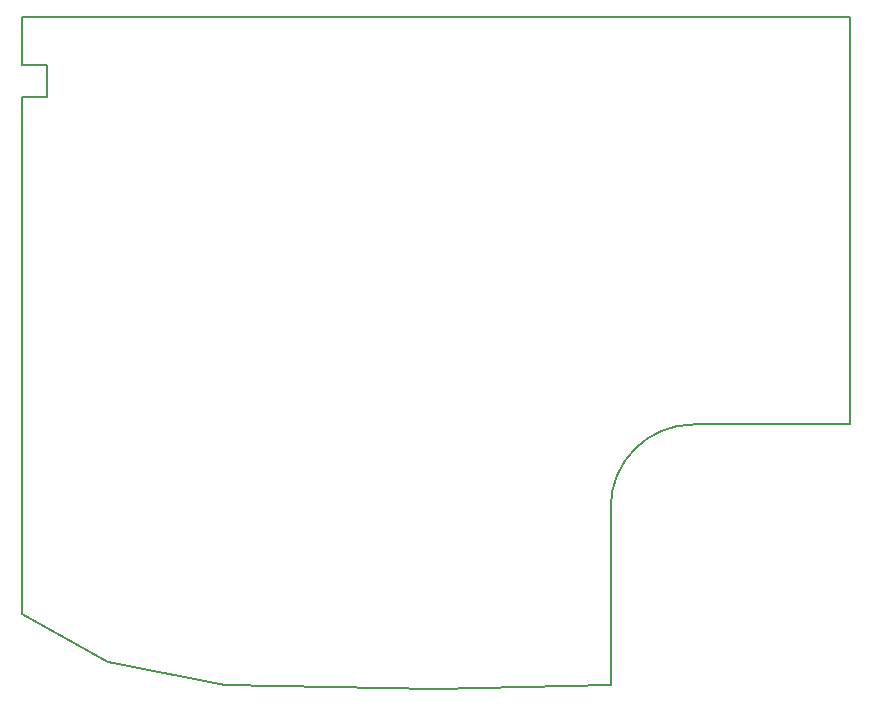
<source format=gbr>
G04 #@! TF.GenerationSoftware,KiCad,Pcbnew,5.1.9+dfsg1-1*
G04 #@! TF.CreationDate,2021-11-24T09:04:40+00:00*
G04 #@! TF.ProjectId,gbc_retrozero_buttons_led,6762635f-7265-4747-926f-7a65726f5f62,rev?*
G04 #@! TF.SameCoordinates,Original*
G04 #@! TF.FileFunction,Profile,NP*
%FSLAX46Y46*%
G04 Gerber Fmt 4.6, Leading zero omitted, Abs format (unit mm)*
G04 Created by KiCad (PCBNEW 5.1.9+dfsg1-1) date 2021-11-24 09:04:40*
%MOMM*%
%LPD*%
G01*
G04 APERTURE LIST*
G04 #@! TA.AperFunction,Profile*
%ADD10C,0.150000*%
G04 #@! TD*
G04 #@! TA.AperFunction,Profile*
%ADD11C,0.200000*%
G04 #@! TD*
G04 APERTURE END LIST*
D10*
X244271800Y-59207400D02*
X244271800Y-93687900D01*
X209219800Y-116103400D02*
X224002600Y-115785900D01*
X191370500Y-115729000D02*
X209214000Y-116110000D01*
X224028000Y-100698300D02*
X224028000Y-115785900D01*
X231063800Y-93687900D02*
X244309900Y-93687900D01*
X224028000Y-100711000D02*
G75*
G02*
X231051100Y-93687900I7023100J0D01*
G01*
X192970000Y-59210000D02*
X222100000Y-59210000D01*
X174162000Y-59208920D02*
X192973240Y-59208920D01*
X222101960Y-59208920D02*
X244271080Y-59208920D01*
X174162000Y-59214000D02*
X174162000Y-63278000D01*
X181464500Y-113760500D02*
X191370500Y-115729000D01*
X174162000Y-109760000D02*
X181464500Y-113760500D01*
X174162000Y-65945000D02*
X174162000Y-109760000D01*
X176321000Y-63278000D02*
X174162000Y-63278000D01*
X176321000Y-65945000D02*
X174162000Y-65945000D01*
D11*
X176321000Y-63278000D02*
X176321000Y-65945000D01*
M02*

</source>
